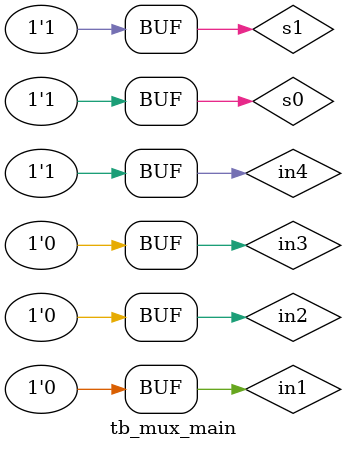
<source format=v>
`timescale 1ns / 1ps


module tb_mux_main();

reg in1, in2, in3, in4, s0, s1;
wire out;
four_to_one_mux_DF mux1(in1, in2, in3, in4, s0, s1, out);

initial 
begin 
$monitor("IN1 = %b, IN2 = %b, IN3 = %b, IN4 = %b, s0 = %b, s1 = %b, OUT = %b ",in1, in2, in3, in4, s0, s1, out);
in1 = 1'b1; in2 = 1'b0; in3 = 1'b0; in4 = 1'b0; s0 = 1'b0; s1 = 1'b0; 
#5 in1 = 1'b0; in2 = 1'b1; in3 = 1'b0; in4 = 1'b0; s0 = 1'b0; s1 = 1'b1; 
#5 in1 = 1'b0; in2 = 1'b0; in3 = 1'b1; in4 = 1'b0; s0 = 1'b1; s1 = 1'b0; 
#5 in1 = 1'b0; in2 = 1'b0; in3 = 1'b0; in4 = 1'b1; s0 = 1'b1; s1 = 1'b1;  
end 

endmodule


</source>
